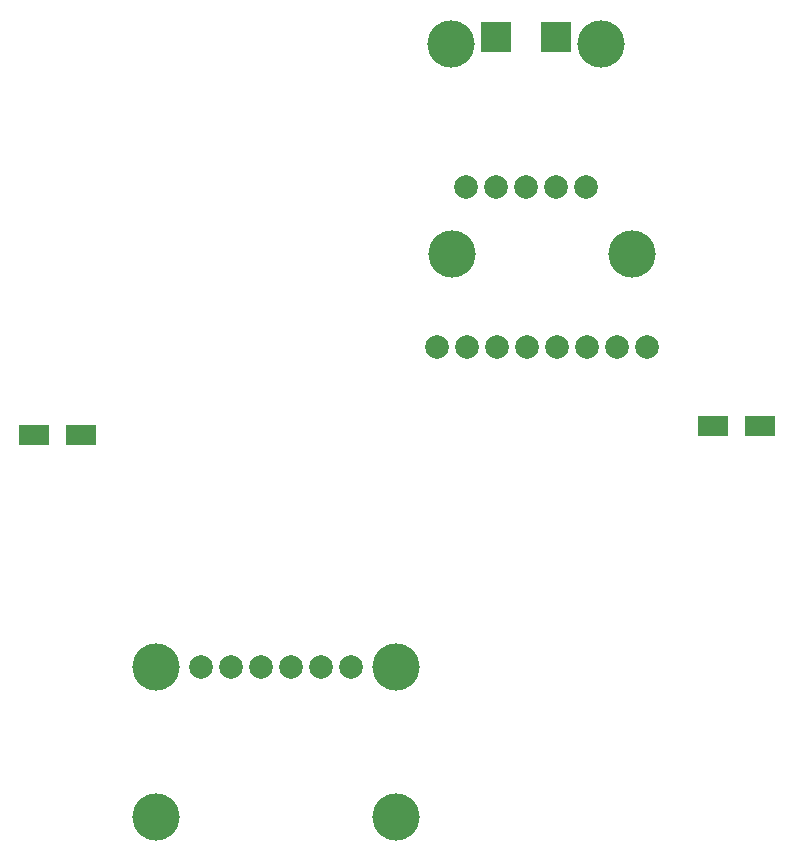
<source format=gbr>
%TF.GenerationSoftware,KiCad,Pcbnew,(5.1.10)-1*%
%TF.CreationDate,2022-06-07T21:04:52-07:00*%
%TF.ProjectId,solar-panel-side-Z,736f6c61-722d-4706-916e-656c2d736964,1.1*%
%TF.SameCoordinates,Original*%
%TF.FileFunction,Paste,Top*%
%TF.FilePolarity,Positive*%
%FSLAX46Y46*%
G04 Gerber Fmt 4.6, Leading zero omitted, Abs format (unit mm)*
G04 Created by KiCad (PCBNEW (5.1.10)-1) date 2022-06-07 21:04:52*
%MOMM*%
%LPD*%
G01*
G04 APERTURE LIST*
%ADD10C,4.000000*%
%ADD11C,2.000000*%
%ADD12R,2.500000X1.700000*%
%ADD13R,2.500000X2.500000*%
G04 APERTURE END LIST*
D10*
%TO.C,U1*%
X128340000Y-105150000D03*
D11*
X137230000Y-105150000D03*
X134690000Y-105150000D03*
X132150000Y-105150000D03*
X144850000Y-105150000D03*
X139770000Y-105150000D03*
X142310000Y-105150000D03*
D10*
X148660000Y-105150000D03*
X128340000Y-117850000D03*
X148660000Y-117850000D03*
%TD*%
D12*
%TO.C,D2*%
X179500000Y-84750000D03*
X175500000Y-84750000D03*
%TD*%
%TO.C,D1*%
X118000000Y-85500000D03*
X122000000Y-85500000D03*
%TD*%
D10*
%TO.C,U3*%
X153380000Y-70190000D03*
X168620000Y-70190000D03*
D11*
X157190000Y-78064000D03*
X159730000Y-78064000D03*
X152110000Y-78064000D03*
X154650000Y-78064000D03*
X169890000Y-78064000D03*
X167350000Y-78064000D03*
X164810000Y-78064000D03*
X162270000Y-78064000D03*
%TD*%
D13*
%TO.C,U2*%
X162190000Y-51800000D03*
X157110000Y-51800000D03*
D10*
X166000000Y-52435000D03*
X153300000Y-52435000D03*
D11*
X154570000Y-64500000D03*
X157110000Y-64500000D03*
X164730000Y-64500000D03*
X162190000Y-64500000D03*
X159650000Y-64500000D03*
%TD*%
M02*

</source>
